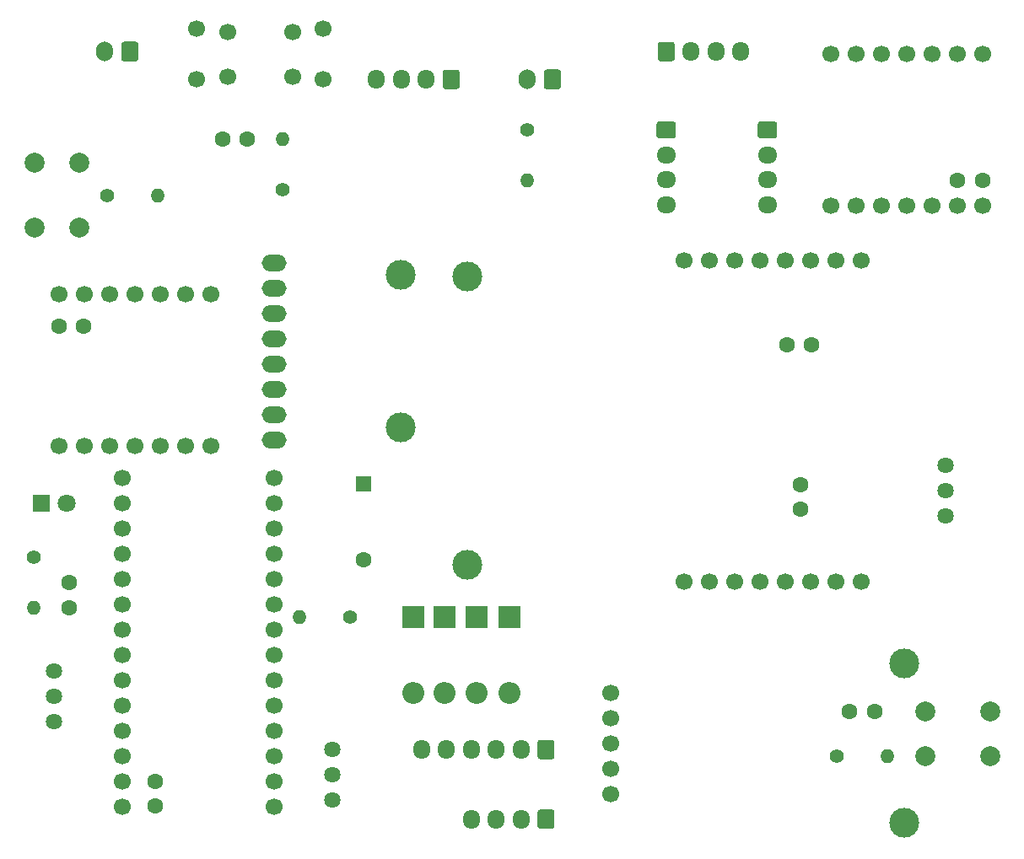
<source format=gbr>
%TF.GenerationSoftware,KiCad,Pcbnew,(5.1.10)-1*%
%TF.CreationDate,2021-11-09T22:17:37+09:00*%
%TF.ProjectId,Heracles.main,48657261-636c-4657-932e-6d61696e2e6b,rev?*%
%TF.SameCoordinates,Original*%
%TF.FileFunction,Soldermask,Bot*%
%TF.FilePolarity,Negative*%
%FSLAX46Y46*%
G04 Gerber Fmt 4.6, Leading zero omitted, Abs format (unit mm)*
G04 Created by KiCad (PCBNEW (5.1.10)-1) date 2021-11-09 22:17:37*
%MOMM*%
%LPD*%
G01*
G04 APERTURE LIST*
%ADD10C,1.700000*%
%ADD11O,2.500000X1.700000*%
%ADD12C,3.000000*%
%ADD13C,1.600000*%
%ADD14R,1.600000X1.600000*%
%ADD15O,2.200000X2.200000*%
%ADD16R,2.200000X2.200000*%
%ADD17O,1.700000X1.950000*%
%ADD18C,1.635000*%
%ADD19C,2.000000*%
%ADD20O,1.400000X1.400000*%
%ADD21C,1.400000*%
%ADD22O,1.700000X2.000000*%
%ADD23O,1.950000X1.700000*%
%ADD24C,1.800000*%
%ADD25R,1.800000X1.800000*%
G04 APERTURE END LIST*
D10*
%TO.C,SW6*%
X113967000Y-59345000D03*
X113967000Y-63845000D03*
X120467000Y-59345000D03*
X120467000Y-63845000D03*
X110867000Y-64135000D03*
X110867000Y-59055000D03*
X123567000Y-59055000D03*
X123567000Y-64135000D03*
%TD*%
D11*
%TO.C,U1*%
X118614000Y-82550000D03*
X118614000Y-85090000D03*
X118614000Y-87630000D03*
X118614000Y-90170000D03*
X118614000Y-92710000D03*
X118614000Y-95250000D03*
X118614000Y-97790000D03*
X118614000Y-100330000D03*
D12*
X131354000Y-99100000D03*
X131354000Y-83780000D03*
%TD*%
D10*
%TO.C,U6*%
X103374000Y-137160000D03*
X103374000Y-134620000D03*
X103374000Y-132080000D03*
X103374000Y-129540000D03*
X103374000Y-127000000D03*
X103374000Y-124460000D03*
X103374000Y-121920000D03*
X103374000Y-119380000D03*
X103374000Y-116840000D03*
X103374000Y-114300000D03*
X103374000Y-111760000D03*
X103374000Y-109220000D03*
X103374000Y-106680000D03*
X103374000Y-104140000D03*
X118614000Y-104140000D03*
X118614000Y-106680000D03*
X118614000Y-109220000D03*
X118614000Y-111760000D03*
X118614000Y-114300000D03*
X118614000Y-116840000D03*
X118614000Y-119380000D03*
X118614000Y-121920000D03*
X118614000Y-124460000D03*
X118614000Y-127000000D03*
X118614000Y-129540000D03*
X118614000Y-132080000D03*
X118614000Y-134620000D03*
X118614000Y-137160000D03*
%TD*%
D13*
%TO.C,BZ1*%
X127635000Y-112375000D03*
D14*
X127635000Y-104775000D03*
%TD*%
D15*
%TO.C,D5*%
X142240000Y-125730000D03*
D16*
X142240000Y-118110000D03*
%TD*%
D15*
%TO.C,D4*%
X138934000Y-125730000D03*
D16*
X138934000Y-118110000D03*
%TD*%
D15*
%TO.C,D3*%
X135759000Y-125730000D03*
D16*
X135759000Y-118110000D03*
%TD*%
D15*
%TO.C,D2*%
X132584000Y-125730000D03*
D16*
X132584000Y-118110000D03*
%TD*%
D10*
%TO.C,U5*%
X159763000Y-114549000D03*
X162303000Y-114549000D03*
X164843000Y-114549000D03*
X167383000Y-114549000D03*
X169923000Y-114549000D03*
X172463000Y-114549000D03*
X175003000Y-114549000D03*
X177543000Y-114549000D03*
X159763000Y-82291000D03*
X162303000Y-82291000D03*
X164843000Y-82291000D03*
X167383000Y-82291000D03*
X169923000Y-82291000D03*
X172463000Y-82291000D03*
X175003000Y-82291000D03*
X177543000Y-82291000D03*
D12*
X138046000Y-83942000D03*
X138046000Y-112898000D03*
%TD*%
D17*
%TO.C,J8*%
X133419000Y-131445000D03*
X135919000Y-131445000D03*
X138419000Y-131445000D03*
X140919000Y-131445000D03*
X143419000Y-131445000D03*
G36*
G01*
X146769000Y-130720000D02*
X146769000Y-132170000D01*
G75*
G02*
X146519000Y-132420000I-250000J0D01*
G01*
X145319000Y-132420000D01*
G75*
G02*
X145069000Y-132170000I0J250000D01*
G01*
X145069000Y-130720000D01*
G75*
G02*
X145319000Y-130470000I250000J0D01*
G01*
X146519000Y-130470000D01*
G75*
G02*
X146769000Y-130720000I0J-250000D01*
G01*
G37*
%TD*%
D10*
%TO.C,U3*%
X189734000Y-76835000D03*
X187194000Y-76835000D03*
X184654000Y-76835000D03*
X182114000Y-76835000D03*
X179574000Y-76835000D03*
X177034000Y-76835000D03*
X174494000Y-76835000D03*
X174494000Y-61595000D03*
X177034000Y-61595000D03*
X179574000Y-61595000D03*
X182114000Y-61595000D03*
X184654000Y-61595000D03*
X187194000Y-61595000D03*
X189734000Y-61595000D03*
%TD*%
%TO.C,U2*%
X97024000Y-85725000D03*
X99564000Y-85725000D03*
X102104000Y-85725000D03*
X104644000Y-85725000D03*
X107184000Y-85725000D03*
X109724000Y-85725000D03*
X112264000Y-85725000D03*
X112264000Y-100965000D03*
X109724000Y-100965000D03*
X107184000Y-100965000D03*
X104644000Y-100965000D03*
X102104000Y-100965000D03*
X99564000Y-100965000D03*
X97024000Y-100965000D03*
%TD*%
D18*
%TO.C,SW7*%
X96516000Y-128651000D03*
X96516000Y-126111000D03*
X96516000Y-123571000D03*
%TD*%
D19*
%TO.C,SW5*%
X184000000Y-132080000D03*
X184000000Y-127580000D03*
X190500000Y-132080000D03*
X190500000Y-127580000D03*
%TD*%
D18*
%TO.C,SW3*%
X186055000Y-102870000D03*
X186055000Y-105410000D03*
X186055000Y-107950000D03*
%TD*%
%TO.C,SW2*%
X124460000Y-136525000D03*
X124460000Y-133985000D03*
X124460000Y-131445000D03*
%TD*%
D19*
%TO.C,SW1*%
X99056000Y-79017000D03*
X94556000Y-79017000D03*
X99056000Y-72517000D03*
X94556000Y-72517000D03*
%TD*%
D20*
%TO.C,R6*%
X144014000Y-74295000D03*
D21*
X144014000Y-69215000D03*
%TD*%
%TO.C,R5*%
X126234000Y-118110000D03*
D20*
X121154000Y-118110000D03*
%TD*%
%TO.C,R4*%
X94484000Y-117221000D03*
D21*
X94484000Y-112141000D03*
%TD*%
D20*
%TO.C,R3*%
X119503000Y-70104000D03*
D21*
X119503000Y-75184000D03*
%TD*%
D20*
%TO.C,R2*%
X180209000Y-132080000D03*
D21*
X175129000Y-132080000D03*
%TD*%
D20*
%TO.C,R1*%
X106930000Y-75819000D03*
D21*
X101850000Y-75819000D03*
%TD*%
D22*
%TO.C,J9*%
X144054000Y-64135000D03*
G36*
G01*
X147404000Y-63385000D02*
X147404000Y-64885000D01*
G75*
G02*
X147154000Y-65135000I-250000J0D01*
G01*
X145954000Y-65135000D01*
G75*
G02*
X145704000Y-64885000I0J250000D01*
G01*
X145704000Y-63385000D01*
G75*
G02*
X145954000Y-63135000I250000J0D01*
G01*
X147154000Y-63135000D01*
G75*
G02*
X147404000Y-63385000I0J-250000D01*
G01*
G37*
%TD*%
D10*
%TO.C,J7*%
X152400000Y-135890000D03*
X152400000Y-133350000D03*
X152400000Y-130810000D03*
X152400000Y-128270000D03*
X152400000Y-125730000D03*
D12*
X181860000Y-122810000D03*
X181860000Y-138810000D03*
%TD*%
%TO.C,J6*%
G36*
G01*
X104986000Y-60591000D02*
X104986000Y-62091000D01*
G75*
G02*
X104736000Y-62341000I-250000J0D01*
G01*
X103536000Y-62341000D01*
G75*
G02*
X103286000Y-62091000I0J250000D01*
G01*
X103286000Y-60591000D01*
G75*
G02*
X103536000Y-60341000I250000J0D01*
G01*
X104736000Y-60341000D01*
G75*
G02*
X104986000Y-60591000I0J-250000D01*
G01*
G37*
D22*
X101636000Y-61341000D03*
%TD*%
D17*
%TO.C,J5*%
X128894000Y-64135000D03*
X131394000Y-64135000D03*
X133894000Y-64135000D03*
G36*
G01*
X137244000Y-63410000D02*
X137244000Y-64860000D01*
G75*
G02*
X136994000Y-65110000I-250000J0D01*
G01*
X135794000Y-65110000D01*
G75*
G02*
X135544000Y-64860000I0J250000D01*
G01*
X135544000Y-63410000D01*
G75*
G02*
X135794000Y-63160000I250000J0D01*
G01*
X136994000Y-63160000D01*
G75*
G02*
X137244000Y-63410000I0J-250000D01*
G01*
G37*
%TD*%
D23*
%TO.C,J4*%
X168144000Y-76715000D03*
X168144000Y-74215000D03*
X168144000Y-71715000D03*
G36*
G01*
X167419000Y-68365000D02*
X168869000Y-68365000D01*
G75*
G02*
X169119000Y-68615000I0J-250000D01*
G01*
X169119000Y-69815000D01*
G75*
G02*
X168869000Y-70065000I-250000J0D01*
G01*
X167419000Y-70065000D01*
G75*
G02*
X167169000Y-69815000I0J250000D01*
G01*
X167169000Y-68615000D01*
G75*
G02*
X167419000Y-68365000I250000J0D01*
G01*
G37*
%TD*%
%TO.C,J3*%
X157984000Y-76715000D03*
X157984000Y-74215000D03*
X157984000Y-71715000D03*
G36*
G01*
X157259000Y-68365000D02*
X158709000Y-68365000D01*
G75*
G02*
X158959000Y-68615000I0J-250000D01*
G01*
X158959000Y-69815000D01*
G75*
G02*
X158709000Y-70065000I-250000J0D01*
G01*
X157259000Y-70065000D01*
G75*
G02*
X157009000Y-69815000I0J250000D01*
G01*
X157009000Y-68615000D01*
G75*
G02*
X157259000Y-68365000I250000J0D01*
G01*
G37*
%TD*%
D17*
%TO.C,J2*%
X165484000Y-61341000D03*
X162984000Y-61341000D03*
X160484000Y-61341000D03*
G36*
G01*
X157134000Y-62066000D02*
X157134000Y-60616000D01*
G75*
G02*
X157384000Y-60366000I250000J0D01*
G01*
X158584000Y-60366000D01*
G75*
G02*
X158834000Y-60616000I0J-250000D01*
G01*
X158834000Y-62066000D01*
G75*
G02*
X158584000Y-62316000I-250000J0D01*
G01*
X157384000Y-62316000D01*
G75*
G02*
X157134000Y-62066000I0J250000D01*
G01*
G37*
%TD*%
%TO.C,J1*%
X138419000Y-138430000D03*
X140919000Y-138430000D03*
X143419000Y-138430000D03*
G36*
G01*
X146769000Y-137705000D02*
X146769000Y-139155000D01*
G75*
G02*
X146519000Y-139405000I-250000J0D01*
G01*
X145319000Y-139405000D01*
G75*
G02*
X145069000Y-139155000I0J250000D01*
G01*
X145069000Y-137705000D01*
G75*
G02*
X145319000Y-137455000I250000J0D01*
G01*
X146519000Y-137455000D01*
G75*
G02*
X146769000Y-137705000I0J-250000D01*
G01*
G37*
%TD*%
D24*
%TO.C,D1*%
X97790000Y-106680000D03*
D25*
X95250000Y-106680000D03*
%TD*%
D13*
%TO.C,C8*%
X98040000Y-117181000D03*
X98040000Y-114681000D03*
%TD*%
%TO.C,C7*%
X113447000Y-70104000D03*
X115947000Y-70104000D03*
%TD*%
%TO.C,C6*%
X106680000Y-137120000D03*
X106680000Y-134620000D03*
%TD*%
%TO.C,C5*%
X187234000Y-74295000D03*
X189734000Y-74295000D03*
%TD*%
%TO.C,C4*%
X99524000Y-88900000D03*
X97024000Y-88900000D03*
%TD*%
%TO.C,C3*%
X178899000Y-127635000D03*
X176399000Y-127635000D03*
%TD*%
%TO.C,C2*%
X172589000Y-90805000D03*
X170089000Y-90805000D03*
%TD*%
%TO.C,C1*%
X171450000Y-104815000D03*
X171450000Y-107315000D03*
%TD*%
M02*

</source>
